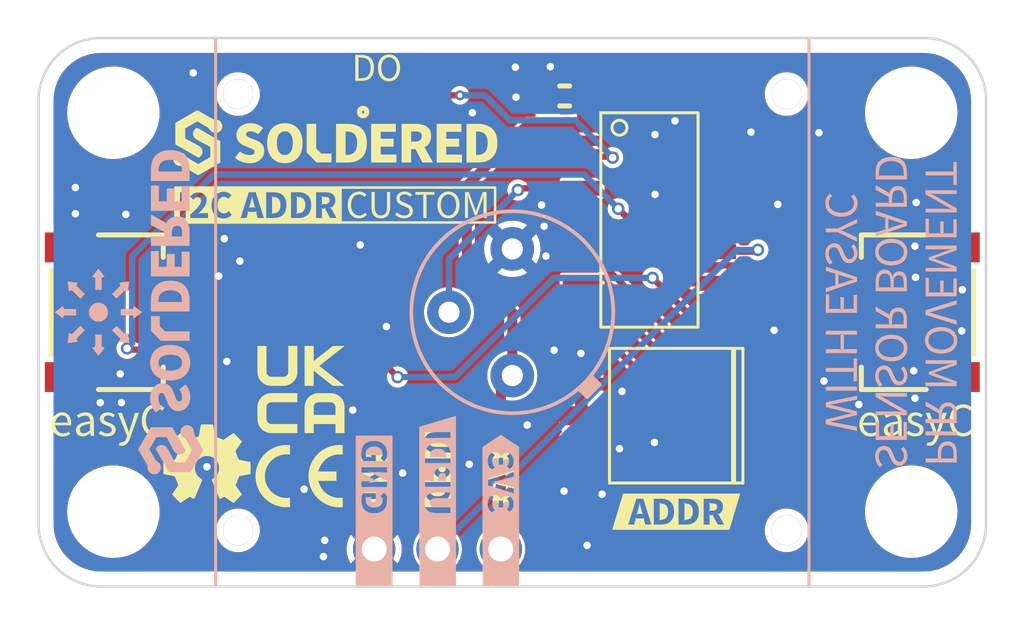
<source format=kicad_pcb>
(kicad_pcb (version 20211014) (generator pcbnew)
  (title_block (title "PIR Movement sensor board with easyC") (date "2022-11-24") (rev "V1.1.0.") (company "SOLDERED") (comment 1 "333179"))
  (layers (0 "F.Cu" signal) (31 "B.Cu" signal) (34 "B.Paste" user) (35 "F.Paste" user) (36 "B.SilkS" user "B.Silkscreen") (37 "F.SilkS" user "F.Silkscreen") (38 "B.Mask" user) (39 "F.Mask" user) (44 "Edge.Cuts" user))
  (net 0 "")
  (net 1 "GND")
  (net 2 "3V3")
  (net 3 "Net-(D1-Pad1)")
  (net 4 "SCL")
  (net 5 "SDA")
  (net 6 "UPDI")
  (net 7 "ADD1")
  (net 8 "ADD2")
  (net 9 "ADD3")
  (net 10 "D0")
  (net 11 "REL")
  (footprint "Soldered Graphics:Version1.1.0" (layer "F.Cu") (at 132.85 94.9)
    (fp_text reference "Ref**" hide)
    (fp_text value "Val**" hide)
    (fp_poly (pts (xy -0.67 0.35) (xy -0.62 0.35) (xy -0.6 0.31) (xy -0.6 -0.35) (xy -0.64 -0.38) (xy -0.69 -0.38) (xy -0.73 -0.34) (xy -0.84 -0.22) (xy -0.86 -0.17) (xy -0.83 -0.16) (xy -0.73 -0.22) (xy -0.69 -0.23) (xy -0.69 0.31) (xy -0.67 0.35)) (layer "F.Cu") (width 0.01) (fill solid))
    (fp_poly (pts (xy 0.93 0.35) (xy 0.99 0.35) (xy 1.04 0.33) (xy 1.01 0.28) (xy 0.91 0.28) (xy 0.87 0.25) (xy 0.85 0.2) (xy 0.83 0.15) (xy 0.83 0.11) (xy 0.82 -0.01) (xy 0.83 -0.13) (xy 0.83 -0.17) (xy 0.84 -0.22) (xy 0.87 -0.27) (xy 0.9 -0.3) (xy 1.01 -0.3) (xy 1.04 -0.26) (xy 1.05 -0.21) (xy 1.06 -0.15) (xy 1.07 -0.05) (xy 1.07 0.08) (xy 1.06 0.12) (xy 1.06 0.17) (xy 1.04 0.22) (xy 1.02 0.27) (xy 1.01 0.28) (xy 1.05 0.32) (xy 1.09 0.29) (xy 1.12 0.26) (xy 1.14 0.22) (xy 1.15 0.16) (xy 1.16 0.11) (xy 1.16 0.06) (xy 1.16 -0.06) (xy 1.16 -0.12) (xy 1.15 -0.17) (xy 1.14 -0.22) (xy 1.13 -0.27) (xy 1.1 -0.3) (xy 1.06 -0.34) (xy 1.01 -0.37) (xy 0.95 -0.38) (xy 0.9 -0.38) (xy 0.84 -0.35) (xy 0.8 -0.31) (xy 0.78 -0.28) (xy 0.75 -0.23) (xy 0.74 -0.18) (xy 0.74 -0.13) (xy 0.73 -0.08) (xy 0.73 0.04) (xy 0.73 0.1) (xy 0.74 0.14) (xy 0.75 0.2) (xy 0.77 0.25) (xy 0.79 0.28) (xy 0.83 0.32) (xy 0.89 0.35) (xy 0.93 0.35)) (layer "F.Cu") (width 0.01) (fill solid))
    (fp_poly (pts (xy -1.33 0.35) (xy -1.27 0.35) (xy -1.25 0.31) (xy -1.09 -0.1) (xy -1.11 -0.13) (xy -1.16 -0.13) (xy -1.19 -0.1) (xy -1.28 0.16) (xy -1.3 0.21) (xy -1.32 0.17) (xy -1.41 -0.09) (xy -1.44 -0.13) (xy -1.49 -0.13) (xy -1.51 -0.1) (xy -1.36 0.31) (xy -1.33 0.35)) (layer "F.Cu") (width 0.01) (fill solid))
    (fp_poly (pts (xy 0.08 0.35) (xy 0.13 0.35) (xy 0.15 0.31) (xy 0.15 -0.35) (xy 0.11 -0.38) (xy 0.06 -0.38) (xy 0.02 -0.34) (xy -0.09 -0.22) (xy -0.11 -0.17) (xy -0.08 -0.16) (xy 0.02 -0.22) (xy 0.06 -0.23) (xy 0.06 0.31) (xy 0.08 0.35)) (layer "F.Cu") (width 0.01) (fill solid))
    (fp_poly (pts (xy -0.44 0.38) (xy -0.39 0.38) (xy -0.34 0.37) (xy -0.34 0.33) (xy -0.34 0.27) (xy -0.38 0.26) (xy -0.43 0.26) (xy -0.46 0.29) (xy -0.46 0.34) (xy -0.44 0.38)) (layer "F.Cu") (width 0.01) (fill solid))
    (fp_poly (pts (xy 0.43 0.38) (xy 0.48 0.38) (xy 0.54 0.37) (xy 0.54 0.33) (xy 0.54 0.27) (xy 0.5 0.26) (xy 0.45 0.26) (xy 0.42 0.29) (xy 0.42 0.34) (xy 0.43 0.38)) (layer "F.Cu") (width 0.01) (fill solid))
    (fp_poly (pts (xy 1.31 0.38) (xy 1.36 0.38) (xy 1.41 0.37) (xy 1.42 0.33) (xy 1.42 0.27) (xy 1.38 0.26) (xy 1.33 0.26) (xy 1.3 0.29) (xy 1.3 0.34) (xy 1.31 0.38)) (layer "F.Cu") (width 0.01) (fill solid))
  )
  (footprint "e-radionica.com footprinti:easyC-connector" (layer "F.Cu") (at 130.3 85 90)
    (fp_text reference "K3")
    (fp_text value "easyC-SMD")
    (pad "1" smd rect locked (at -1.5 2.15 90) (size 0.6 1.55) (layers "F.Cu" "F.Paste" "F.Mask") (net 4 "SCL"))
    (pad "2" smd rect locked (at -0.5 2.15 90) (size 0.6 1.55) (layers "F.Cu" "F.Paste" "F.Mask") (net 5 "SDA"))
    (pad "3" smd rect locked (at 0.5 2.15 90) (size 0.6 1.55) (layers "F.Cu" "F.Paste" "F.Mask") (net 2 "3V3"))
    (pad "4" smd rect locked (at 1.5 2.15 90) (size 0.6 1.55) (layers "F.Cu" "F.Paste" "F.Mask") (net 1 "GND"))
    (pad "5" smd rect locked (at -2.6 -2.15 90) (size 1.2 1.8) (layers "F.Cu" "F.Paste" "F.Mask") (net 1 "GND"))
    (pad "5" smd rect locked (at 2.6 -2.15 90) (size 1.2 1.8) (layers "F.Cu" "F.Paste" "F.Mask") (net 1 "GND"))
  )
  (footprint "kibuzzard-64118155" (layer "F.Cu") (at 152.575 93)
    (fp_text reference "kibuzzard-64118155" hide)
    (fp_text value "G***" hide)
  )
  (footprint "Soldered Graphics:Logo-Front-UKCA-3.5mm" (layer "F.Cu") (at 137.525 88.1)
    (fp_text reference "REF**" hide)
    (fp_text value "Logo-Front-UKCA-3.5mm" hide)
  )
  (footprint "e-radionica.com footprinti:HOLE_3.2mm" (layer "F.Cu") (at 162 77)
    (fp_text reference "H3" hide)
    (fp_text value "HOLE_3.2mm" hide)
    (pad "" np_thru_hole circle locked (at 0 0) (size 3.2 3.2) (drill 3.2) (layers F&B.Cu *.Mask))
  )
  (footprint "Soldered Graphics:Logo-Front-easyC-NewFont" (layer "F.Cu") (at 162.2 89.5)
    (fp_text reference "G***" hide)
    (fp_text value "LOGO" hide)
  )
  (footprint "e-radionica.com footprinti:SOIC-14" (layer "F.Cu") (at 151.5 81.3)
    (fp_text reference "U3")
    (fp_text value "ATTINY404-SSNR")
    (pad "1" smd rect (at -2.7 -3.81) (size 1.55 0.6) (layers "F.Cu" "F.Paste" "F.Mask") (net 2 "3V3"))
    (pad "2" smd rect (at -2.7 -2.54) (size 1.55 0.6) (layers "F.Cu" "F.Paste" "F.Mask") (net 10 "D0"))
    (pad "3" smd rect (at -2.7 -1.27) (size 1.55 0.6) (layers "F.Cu" "F.Paste" "F.Mask") (net 11 "REL"))
    (pad "4" smd rect (at -2.7 0) (size 1.55 0.6) (layers "F.Cu" "F.Paste" "F.Mask"))
    (pad "5" smd rect (at -2.7 1.27) (size 1.55 0.6) (layers "F.Cu" "F.Paste" "F.Mask") (net 9 "ADD3"))
    (pad "6" smd rect (at -2.7 2.54) (size 1.55 0.6) (layers "F.Cu" "F.Paste" "F.Mask") (net 8 "ADD2"))
    (pad "7" smd rect (at -2.7 3.81) (size 1.55 0.6) (layers "F.Cu" "F.Paste" "F.Mask") (net 7 "ADD1"))
    (pad "8" smd rect (at 2.7 3.81) (size 1.55 0.6) (layers "F.Cu" "F.Paste" "F.Mask") (net 5 "SDA"))
    (pad "9" smd rect (at 2.7 2.54) (size 1.55 0.6) (layers "F.Cu" "F.Paste" "F.Mask") (net 4 "SCL"))
    (pad "10" smd rect (at 2.7 1.27) (size 1.55 0.6) (layers "F.Cu" "F.Paste" "F.Mask") (net 6 "UPDI"))
    (pad "11" smd rect (at 2.7 0) (size 1.55 0.6) (layers "F.Cu" "F.Paste" "F.Mask"))
    (pad "12" smd rect (at 2.7 -1.27) (size 1.55 0.6) (layers "F.Cu" "F.Paste" "F.Mask"))
    (pad "13" smd rect (at 2.7 -2.54) (size 1.55 0.6) (layers "F.Cu" "F.Paste" "F.Mask"))
    (pad "14" smd rect (at 2.7 -3.81) (size 1.55 0.6) (layers "F.Cu" "F.Paste" "F.Mask") (net 1 "GND"))
  )
  (footprint "e-radionica.com footprinti:HEADER-UPDI" (layer "F.Cu") (at 143 94.5 180)
    (fp_text reference "K2")
    (fp_text value "HEADER-UPDI")
    (pad "1" thru_hole circle locked (at -2.54 0 180) (size 1.7 1.7) (drill 1) (layers *.Cu *.Mask) (net 2 "3V3"))
    (pad "2" thru_hole circle locked (at 0 0 180) (size 1.7 1.7) (drill 1) (layers *.Cu *.Mask) (net 6 "UPDI"))
    (pad "3" thru_hole circle locked (at 2.54 0 180) (size 1.7 1.7) (drill 1) (layers *.Cu *.Mask) (net 1 "GND"))
  )
  (footprint "e-radionica.com footprinti:0402LED" (layer "F.Cu") (at 140.575 76.3)
    (fp_text reference "D1")
    (fp_text value "Purple")
    (pad "1" smd rect (at 0.55 0 90) (size 0.75 0.45) (layers "F.Cu" "F.Paste" "F.Mask") (net 3 "Net-(D1-Pad1)"))
    (pad "2" smd rect (at -0.55 0 90) (size 0.75 0.45) (layers "F.Cu" "F.Paste" "F.Mask") (net 1 "GND"))
  )
  (footprint "e-radionica.com footprinti:HOLE_3.2mm" (layer "F.Cu") (at 130 93)
    (fp_text reference "H1" hide)
    (fp_text value "HOLE_3.2mm" hide)
    (pad "" np_thru_hole circle locked (at 0 0) (size 3.2 3.2) (drill 3.2) (layers F&B.Cu *.Mask))
  )
  (footprint "Soldered Graphics:Logo-Front-CE-3.5mm" (layer "F.Cu") (at 137.45 91.575)
    (fp_text reference "REF**" hide)
    (fp_text value "Logo-Front-CE-3.5mm" hide)
  )
  (footprint "Soldered Graphics:Symbol-Front_I2C_ADDR_CUSTOM-NewFont" (layer "F.Cu") (at 138.9 80.7)
    (fp_text reference "REF**" hide)
    (fp_text value "Symbol-Front_I2C_ADDR_CUSTOM" hide)
  )
  (footprint "kibuzzard-64118187" (layer "F.Cu") (at 140.6 75.2)
    (fp_text reference "kibuzzard-64118187" hide)
    (fp_text value "G***" hide)
  )
  (footprint "e-radionica.com footprinti:DSHP03TS-S" (layer "F.Cu") (at 152.575 89.15 180)
    (fp_text reference "K4")
    (fp_text value "DSHP03TS-S")
    (pad "1" smd rect (at -3.81 -1.27 270) (size 0.76 1.27) (layers "F.Cu" "F.Paste" "F.Mask") (net 7 "ADD1"))
    (pad "2" smd rect (at 3.81 -1.27 270) (size 0.76 1.27) (layers "F.Cu" "F.Paste" "F.Mask") (net 1 "GND"))
    (pad "3" smd rect (at -3.81 0 270) (size 0.76 1.27) (layers "F.Cu" "F.Paste" "F.Mask") (net 8 "ADD2"))
    (pad "4" smd rect (at 3.81 0 270) (size 0.76 1.27) (layers "F.Cu" "F.Paste" "F.Mask") (net 1 "GND"))
    (pad "5" smd rect (at -3.81 1.27 270) (size 0.76 1.27) (layers "F.Cu" "F.Paste" "F.Mask") (net 9 "ADD3"))
    (pad "6" smd rect (at 3.81 1.27 270) (size 0.76 1.27) (layers "F.Cu" "F.Paste" "F.Mask") (net 1 "GND"))
  )
  (footprint "kibuzzard-641185A3" (layer "F.Cu") (at 140.46 93 -90)
    (fp_text reference "kibuzzard-641185A3" hide)
    (fp_text value "G***" hide)
  )
  (footprint "kibuzzard-64118594" (layer "F.Cu") (at 143 92.6 -90)
    (fp_text reference "kibuzzard-64118594" hide)
    (fp_text value "G***" hide)
  )
  (footprint "e-radionica.com footprinti:0603C" (layer "F.Cu") (at 148.1 76.325 180)
    (fp_text reference "C3")
    (fp_text value "100n")
    (pad "1" smd rect locked (at -0.73 0 180) (size 0.66 1) (layers "F.Cu" "F.Paste" "F.Mask") (net 2 "3V3"))
    (pad "2" smd rect locked (at 0.73 0 180) (size 0.66 1) (layers "F.Cu" "F.Paste" "F.Mask") (net 1 "GND"))
  )
  (footprint "kibuzzard-64118455" (layer "F.Cu") (at 145.54 92.98 -90)
    (fp_text reference "kibuzzard-64118455" hide)
    (fp_text value "G***" hide)
  )
  (footprint "e-radionica.com footprinti:FIDUCIAL_23" (layer "F.Cu") (at 129.27 85)
    (fp_text reference "FD1")
    (fp_text value "FIDUCIAL")
    (fp_circle (center 0 0) (end 1 0) (layer "F.Cu") (width 0.2) (fill none))
    (pad "1" smd circle (at 0 0) (size 1 1) (layers "F.Cu" "F.Paste" "F.Mask") (clearance 1.1))
  )
  (footprint "e-radionica.com footprinti:HOLE_3.2mm" (layer "F.Cu") (at 162 93)
    (fp_text reference "H2" hide)
    (fp_text value "HOLE_3.2mm" hide)
    (pad "" np_thru_hole circle locked (at 0 0) (size 3.2 3.2) (drill 3.2) (layers F&B.Cu *.Mask))
  )
  (footprint "e-radionica.com footprinti:HOLE_3.2mm" (layer "F.Cu") (at 130 77)
    (fp_text reference "H4" hide)
    (fp_text value "HOLE_3.2mm" hide)
    (pad "" np_thru_hole circle locked (at 0 0) (size 3.2 3.2) (drill 3.2) (layers F&B.Cu *.Mask))
  )
  (footprint "Soldered Graphics:Logo-Back-SolderedFULL-13mm" (layer "F.Cu") (at 132.3 85 -90)
    (fp_text reference "REF**" hide)
    (fp_text value "Logo-Front-SolderedFULL-13mm" hide)
  )
  (footprint "e-radionica.com footprinti:0402R" (layer "F.Cu") (at 142.5 76.3 180)
    (fp_text reference "R1")
    (fp_text value "2k2")
    (pad "1" smd rect locked (at -0.5 0 270) (size 0.64 0.54) (layers "F.Cu" "F.Paste" "F.Mask") (net 10 "D0"))
    (pad "2" smd rect locked (at 0.5 0 270) (size 0.64 0.54) (layers "F.Cu" "F.Paste" "F.Mask") (net 3 "Net-(D1-Pad1)"))
  )
  (footprint "Soldered Graphics:Logo-Front-easyC-NewFont" (layer "F.Cu") (at 129.8 89.5)
    (fp_text reference "G***" hide)
    (fp_text value "LOGO" hide)
  )
  (footprint "e-radionica.com footprinti:easyC-connector" (layer "F.Cu") (at 161.7 85 -90)
    (fp_text reference "K1")
    (fp_text value "easyC-SMD")
    (pad "1" smd rect locked (at -1.5 2.15 270) (size 0.6 1.55) (layers "F.Cu" "F.Paste" "F.Mask") (net 4 "SCL"))
    (pad "2" smd rect locked (at -0.5 2.15 270) (size 0.6 1.55) (layers "F.Cu" "F.Paste" "F.Mask") (net 5 "SDA"))
    (pad "3" smd rect locked (at 0.5 2.15 270) (size 0.6 1.55) (layers "F.Cu" "F.Paste" "F.Mask") (net 2 "3V3"))
    (pad "4" smd rect locked (at 1.5 2.15 270) (size 0.6 1.55) (layers "F.Cu" "F.Paste" "F.Mask") (net 1 "GND"))
    (pad "5" smd rect locked (at -2.6 -2.15 270) (size 1.2 1.8) (layers "F.Cu" "F.Paste" "F.Mask") (net 1 "GND"))
    (pad "5" smd rect locked (at 2.6 -2.15 270) (size 1.2 1.8) (layers "F.Cu" "F.Paste" "F.Mask") (net 1 "GND"))
  )
  (footprint "Soldered Graphics:Logo-Back-SolderedFULL-13mm" (layer "B.Cu") (at 138.9 78.2 180)
    (fp_text reference "REF**" hide)
    (fp_text value "Logo-Front-SolderedFULL-13mm" hide)
  )
  (footprint "e-radionica.com footprinti:PIR_senzor_kapica" (layer "B.Cu") (at 146 85 90)
    (fp_text reference "K5")
    (fp_text value "PIR_lens")
    (pad "" thru_hole circle (at 8.75 -11 90) (size 1.2 1.2) (drill 1.2) (layers *.Mask))
    (pad "" thru_hole circle (at 8.75 11 90) (size 1.2 1.2) (drill 1.2) (layers *.Mask))
    (pad "" thru_hole circle (at -8.75 11 90) (size 1.2 1.2) (drill 1.2) (layers *.Mask))
    (pad "" thru_hole circle (at -8.75 -11 90) (size 1.2 1.2) (drill 1.2) (layers *.Mask))
  )
  (footprint "kibuzzard-64118262" (layer "B.Cu") (at 159.2 85 90)
    (fp_text reference "kibuzzard-64118262" hide)
    (fp_text value "G***" hide)
  )
  (footprint "kibuzzard-64118226" (layer "B.Cu") (at 145.54 92.98 90)
    (fp_text reference "kibuzzard-64118226" hide)
    (fp_text value "G***" hide)
  )
  (footprint "kibuzzard-64118214" (layer "B.Cu") (at 143.01 92.6 90)
    (fp_text reference "kibuzzard-64118214" hide)
    (fp_text value "G***" hide)
  )
  (footprint "kibuzzard-6411825C" (layer "B.Cu") (at 161.2 85 90)
    (fp_text reference "kibuzzard-6411825C" hide)
    (fp_text value "G***" hide)
  )
  (footprint "Soldered Graphics:Symbol-Front-Movement" (layer "B.Cu") (at 129.4 85 180)
    (fp_text reference "G***" hide)
    (fp_text value "LOGO" hide)
  )
  (footprint "kibuzzard-64118254" (layer "B.Cu") (at 163.2 85 90)
    (fp_text reference "kibuzzard-64118254" hide)
    (fp_text value "G***" hide)
  )
  (footprint "e-radionica.com footprinti:PIR_senzor" (layer "B.Cu") (at 146 85 90)
    (fp_text reference "U2")
    (fp_text value "AM312")
    (pad "1" thru_hole circle (at -2.54 0 90) (size 1.75 1.75) (drill 0.85) (layers *.Cu *.Mask) (net 2 "3V3"))
    (pad "2" thru_hole circle (at 0 -2.54 90) (size 1.75 1.75) (drill 0.85) (layers *.Cu *.Mask) (net 11 "REL"))
    (pad "3" thru_hole circle (at 2.54 0 90) (size 1.75 1.75) (drill 0.85) (layers *.Cu *.Mask) (net 1 "GND"))
  )
  (footprint "TAVU GRAPHICS:Logo-Back-OSH-3.5mm" (layer "B.Cu") (at 133.75 91.075 180)
    (fp_text reference "G***" hide)
    (fp_text value "LOGO" hide)
  )
  (footprint "kibuzzard-641181E6" (layer "B.Cu") (at 140.46 93 90)
    (fp_text reference "kibuzzard-641181E6" hide)
    (fp_text value "G***" hide)
  )
  (gr_arc (start 162.5 74) (mid 164.267767 74.732233) (end 165 76.5) (layer "Edge.Cuts") (width 0.1))
  (gr_line (start 165 76.5) (end 165 93.5) (layer "Edge.Cuts") (width 0.1))
  (gr_line (start 127 93.5) (end 127 76.5) (layer "Edge.Cuts") (width 0.1))
  (gr_arc (start 165 93.5) (mid 164.267767 95.267767) (end 162.5 96) (layer "Edge.Cuts") (width 0.1))
  (gr_arc (start 129.5 96) (mid 127.732233 95.267767) (end 127 93.5) (layer "Edge.Cuts") (width 0.1))
  (gr_line (start 129.5 74) (end 162.5 74) (layer "Edge.Cuts") (width 0.1))
  (gr_line (start 162.5 96) (end 129.5 96) (layer "Edge.Cuts") (width 0.1))
  (gr_arc (start 127 76.5) (mid 127.732233 74.732233) (end 129.5 74) (layer "Edge.Cuts") (width 0.1))
  (via (at 144.275 91.1) (size 0.5) (drill 0.3) (layers "F.Cu" "B.Cu") (net 1))
  (via (at 140.95 85.575) (size 0.5) (drill 0.3) (layers "F.Cu" "B.Cu") (net 1))
  (via (at 139.6 88.925) (size 0.5) (drill 0.3) (layers "F.Cu" "B.Cu") (net 1))
  (via (at 141.6 91.45) (size 0.5) (drill 0.3) (layers "F.Cu" "B.Cu") (net 1))
  (via (at 162.15 88.45) (size 0.5) (drill 0.3) (layers "F.Cu" "B.Cu") (net 1))
  (via (at 134.55 86.975) (size 0.5) (drill 0.3) (layers "F.Cu" "B.Cu") (net 1))
  (via (at 133.2 75.4) (size 0.5) (drill 0.3) (layers "F.Cu" "B.Cu") (net 1))
  (via (at 138.475 94.15) (size 0.5) (drill 0.3) (layers "F.Cu" "B.Cu") (net 1))
  (via (at 129.475 88.625) (size 0.5) (drill 0.3) (layers "F.Cu" "B.Cu") (net 1))
  (via (at 134.45 82.05) (size 0.5) (drill 0.3) (layers "F.Cu" "B.Cu") (net 1))
  (via (at 162.2 80.6) (size 0.5) (drill 0.3) (layers "F.Cu" "B.Cu") (net 1))
  (via (at 146.6 89.525) (size 0.5) (drill 0.3) (layers "F.Cu" "B.Cu") (net 1))
  (via (at 147.275 81.55) (size 0.5) (drill 0.3) (layers "F.Cu" "B.Cu") (net 1))
  (via (at 149 94.35) (size 0.5) (drill 0.3) (layers "F.Cu" "B.Cu") (net 1))
  (via (at 162.15 82.35) (size 0.5) (drill 0.3) (layers "F.Cu" "B.Cu") (net 1))
  (via (at 148.75 86.65) (size 0.5) (drill 0.3) (layers "F.Cu" "B.Cu") (net 1))
  (via (at 147.35 82.75) (size 0.5) (drill 0.3) (layers "F.Cu" "B.Cu") (net 1))
  (via (at 151.7 90.225) (size 0.5) (drill 0.3) (layers "F.Cu" "B.Cu") (net 1))
  (via (at 152.525 77.325) (size 0.5) (drill 0.3) (layers "F.Cu" "B.Cu") (net 1))
  (via (at 151.725 80.275) (size 0.5) (drill 0.3) (layers "F.Cu" "B.Cu") (net 1))
  (via (at 162.1 87.35) (size 0.5) (drill 0.3) (layers "F.Cu" "B.Cu") (net 1))
  (via (at 138.425 94.8) (size 0.5) (drill 0.3) (layers "F.Cu" "B.Cu") (net 1))
  (via (at 130.275 87.475) (size 0.5) (drill 0.3) (layers "F.Cu" "B.Cu") (net 1))
  (via (at 147.175 80.7) (size 0.5) (drill 0.3) (layers "F.Cu" "B.Cu") (net 1))
  (via (at 150.4 88.175) (size 0.5) (drill 0.3) (layers "F.Cu" "B.Cu") (net 1))
  (via (at 151.725 77.875) (size 0.5) (drill 0.3) (layers "F.Cu" "B.Cu") (net 1))
  (via (at 150.3 90.475) (size 0.5) (drill 0.3) (layers "F.Cu" "B.Cu") (net 1))
  (via (at 139.9 82.3) (size 0.5) (drill 0.3) (layers "F.Cu" "B.Cu") (net 1))
  (via (at 158.3 77.8) (size 0.5) (drill 0.3) (layers "F.Cu" "B.Cu") (net 1))
  (via (at 164.025 85.75) (size 0.5) (drill 0.3) (layers "F.Cu" "B.Cu") (net 1))
  (via (at 156.5 85.725) (size 0.5) (drill 0.3) (layers "F.Cu" "B.Cu") (net 1))
  (via (at 148.075 92.175) (size 0.5) (drill 0.3) (layers "F.Cu" "B.Cu") (net 1))
  (via (at 156.65 80.675) (size 0.5) (drill 0.3) (layers "F.Cu" "B.Cu") (net 1))
  (via (at 159.9 88.7) (size 0.5) (drill 0.3) (layers "F.Cu" "B.Cu") (net 1))
  (via (at 147.525 75.15) (size 0.5) (drill 0.3) (layers "F.Cu" "B.Cu") (net 1))
  (via (at 134.225 83.55) (size 0.5) (drill 0.3) (layers "F.Cu" "B.Cu") (net 1))
  (via (at 155.575 77.775) (size 0.5) (drill 0.3) (layers "F.Cu" "B.Cu") (net 1))
  (via (at 128.475 80) (size 0.5) (drill 0.3) (layers "F.Cu" "B.Cu") (net 1))
  (via (at 149.6 92.3) (size 0.5) (drill 0.3) (layers "F.Cu" "B.Cu") (net 1))
  (via (at 158.5 87.76) (size 0.5) (drill 0.3) (layers "F.Cu" "B.Cu") (net 1))
  (via (at 137.65 92.1) (size 0.5) (drill 0.3) (layers "F.Cu" "B.Cu") (net 1))
  (via (at 146.125 75.175) (size 0.5) (drill 0.3) (layers "F.Cu" "B.Cu") (net 1))
  (via (at 146.15 76.375) (size 0.5) (drill 0.3) (layers "F.Cu" "B.Cu") (net 1))
  (via (at 144.4 77) (size 0.5) (drill 0.3) (layers "F.Cu" "B.Cu") (net 1))
  (via (at 135.075 82.95) (size 0.5) (drill 0.3) (layers "F.Cu" "B.Cu") (net 1))
  (via (at 133.75 91.2) (size 0.5) (drill 0.3) (layers "F.Cu" "B.Cu") (net 1))
  (via (at 130.5 81.075) (size 0.5) (drill 0.3) (layers "F.Cu" "B.Cu") (net 1))
  (via (at 162.175 83.6) (size 0.5) (drill 0.3) (layers "F.Cu" "B.Cu") (net 1))
  (via (at 147.675 86.525) (size 0.5) (drill 0.3) (layers "F.Cu" "B.Cu") (net 1))
  (via (at 128.475 81.05) (size 0.5) (drill 0.3) (layers "F.Cu" "B.Cu") (net 1))
  (via (at 130.325 88.625) (size 0.5) (drill 0.3) (layers "F.Cu" "B.Cu") (net 1))
  (via (at 164.05 84.1) (size 0.5) (drill 0.3) (layers "F.Cu" "B.Cu") (net 1))
  (segment (start 144.175 83.175) (end 144.175 79.925) (width 0.4) (layer "F.Cu") (net 2))
  (segment (start 145.54 88) (end 146 87.54) (width 0.4) (layer "F.Cu") (net 2))
  (segment (start 146 87.54) (end 146 85) (width 0.4) (layer "F.Cu") (net 2))
  (segment (start 148.935 76.43) (end 148.83 76.325) (width 0.4) (layer "F.Cu") (net 2))
  (segment (start 144.175 79.925) (end 146.61 77.49) (width 0.4) (layer "F.Cu") (net 2))
  (segment (start 161.175 84.675) (end 161.175 82.25) (width 0.4) (layer "F.Cu") (net 2))
  (segment (start 161.175 82.25) (end 155.355 76.43) (width 0.4) (layer "F.Cu") (net 2))
  (segment (start 132.45 84.5) (end 139.6 84.5) (width 0.4) (layer "F.Cu") (net 2))
  (segment (start 146.61 77.49) (end 148.8 77.49) (width 0.4) (layer "F.Cu") (net 2))
  (segment (start 145.54 94.5) (end 145.54 88) (width 0.4) (layer "F.Cu") (net 2))
  (segment (start 146 85) (end 144.175 83.175) (width 0.4) (layer "F.Cu") (net 2))
  (segment (start 159.55 85.5) (end 160.35 85.5) (width 0.4) (layer "F.Cu") (net 2))
  (segment (start 160.35 85.5) (end 161.175 84.675) (width 0.4) (layer "F.Cu") (net 2))
  (segment (start 155.355 76.43) (end 148.935 76.43) (width 0.4) (layer "F.Cu") (net 2))
  (segment (start 148.8 76.355) (end 148.8 77.49) (width 0.4) (layer "F.Cu") (net 2))
  (segment (start 139.6 84.5) (end 144.175 79.925) (width 0.4) (layer "F.Cu") (net 2))
  (segment (start 148.83 76.325) (end 148.8 76.355) (width 0.4) (layer "F.Cu") (net 2))
  (segment (start 141.125 76.3) (end 142 76.3) (width 0.3) (layer "F.Cu") (net 3))
  (segment (start 154.2 83.84) (end 153.24 83.84) (width 0.254) (layer "F.Cu") (net 4))
  (segment (start 159.55 83.5) (end 154.54 83.5) (width 0.254) (layer "F.Cu") (net 4))
  (segment (start 130.6 86.5) (end 132.45 86.5) (width 0.254) (layer "F.Cu") (net 4))
  (segment (start 154.54 83.5) (end 154.2 83.84) (width 0.254) (layer "F.Cu") (net 4))
  (segment (start 130.55 86.45) (end 130.6 86.5) (width 0.254) (layer "F.Cu") (net 4))
  (segment (start 153.24 83.84) (end 150.25 80.85) (width 0.254) (layer "F.Cu") (net 4))
  (via (at 130.55 86.45) (size 0.5) (drill 0.3) (layers "F.Cu" "B.Cu") (net 4))
  (via (at 150.25 80.85) (size 0.5) (drill 0.3) (layers "F.Cu" "B.Cu") (net 4))
  (segment (start 148.875 79.475) (end 150.25 80.85) (width 0.254) (layer "B.Cu") (net 4))
  (segment (start 130.55 86.45) (end 130.75 86.25) (width 0.254) (layer "B.Cu") (net 4))
  (segment (start 134.025 79.475) (end 148.875 79.475) (width 0.254) (layer "B.Cu") (net 4))
  (segment (start 130.75 82.75) (end 134.025 79.475) (width 0.254) (layer "B.Cu") (net 4))
  (segment (start 130.75 86.25) (end 130.75 82.75) (width 0.254) (layer "B.Cu") (net 4))
  (segment (start 159.55 84.5) (end 154.81 84.5) (width 0.254) (layer "F.Cu") (net 5))
  (segment (start 151.625 83.625) (end 153.11 85.11) (width 0.254) (layer "F.Cu") (net 5))
  (segment (start 139.3 85.5) (end 141.4 87.6) (width 0.254) (layer "F.Cu") (net 5))
  (segment (start 132.45 85.5) (end 139.3 85.5) (width 0.254) (layer "F.Cu") (net 5))
  (segment (start 154.81 84.5) (end 154.2 85.11) (width 0.254) (layer "F.Cu") (net 5))
  (segment (start 153.11 85.11) (end 154.2 85.11) (width 0.254) (layer "F.Cu") (net 5))
  (via (at 151.625 83.625) (size 0.5) (drill 0.3) (layers "F.Cu" "B.Cu") (net 5))
  (via (at 141.4 87.6) (size 0.5) (drill 0.3) (layers "F.Cu" "B.Cu") (net 5))
  (segment (start 147.65 83.65) (end 147.675 83.625) (width 0.254) (layer "B.Cu") (net 5))
  (segment (start 143.7 87.6) (end 147.65 83.65) (width 0.254) (layer "B.Cu") (net 5))
  (segment (start 147.675 83.625) (end 151.625 83.625) (width 0.254) (layer "B.Cu") (net 5))
  (segment (start 141.4 87.6) (end 143.7 87.6) (width 0.254) (layer "B.Cu") (net 5))
  (segment (start 154.2 82.57) (end 155.78 82.57) (width 0.254) (layer "F.Cu") (net 6))
  (segment (start 155.78 82.57) (end 155.85 82.5) (width 0.254) (layer "F.Cu") (net 6))
  (via (at 155.85 82.5) (size 0.5) (drill 0.3) (layers "F.Cu" "B.Cu") (net 6))
  (segment (start 155 82.5) (end 155.85 82.5) (width 0.254) (layer "B.Cu") (net 6))
  (segment (start 143 94.5) (end 155 82.5) (width 0.254) (layer "B.Cu") (net 6))
  (segment (start 154.11 90.42) (end 148.8 85.11) (width 0.254) (layer "F.Cu") (net 7))
  (segment (start 156.385 90.42) (end 154.11 90.42) (width 0.254) (layer "F.Cu") (net 7))
  (segment (start 149.112022 83.84) (end 148.8 83.84) (width 0.254) (layer "F.Cu") (net 8))
  (segment (start 154.422022 89.15) (end 149.112022 83.84) (width 0.254) (layer "F.Cu") (net 8))
  (segment (start 156.385 89.15) (end 154.422022 89.15) (width 0.254) (layer "F.Cu") (net 8))
  (segment (start 154.422022 87.88) (end 149.112022 82.57) (width 0.254) (layer "F.Cu") (net 9))
  (segment (start 156.385 87.88) (end 154.422022 87.88) (width 0.254) (layer "F.Cu") (net 9))
  (segment (start 149.112022 82.57) (end 148.8 82.57) (width 0.254) (layer "F.Cu") (net 9))
  (segment (start 148.8 78.76) (end 149.985 78.76) (width 0.254) (layer "F.Cu") (net 10))
  (segment (start 143.9 76.3) (end 143 76.3) (width 0.254) (layer "F.Cu") (net 10))
  (segment (start 149.985 78.76) (end 150.025 78.8) (width 0.254) (layer "F.Cu") (net 10))
  (via (at 150.025 78.8) (size 0.5) (drill 0.3) (layers "F.Cu" "B.Cu") (net 10))
  (via (at 143.9 76.3) (size 0.4) (drill 0.2) (layers "F.Cu" "B.Cu") (net 10))
  (segment (start 148.525 77.3) (end 145.9 77.3) (width 0.254) (layer "B.Cu") (net 10))
  (segment (start 150.025 78.8) (end 148.525 77.3) (width 0.254) (layer "B.Cu") (net 10))
  (segment (start 150.125 78.7) (end 150.025 78.8) (width 0.254) (layer "B.Cu") (net 10))
  (segment (start 144.9 76.3) (end 143.9 76.3) (width 0.254) (layer "B.Cu") (net 10))
  (segment (start 145.9 77.3) (end 144.9 76.3) (width 0.254) (layer "B.Cu") (net 10))
  (segment (start 146.295 80.03) (end 146.225 80.1) (width 0.254) (layer "F.Cu") (net 11))
  (segment (start 148.8 80.03) (end 146.295 80.03) (width 0.254) (layer "F.Cu") (net 11))
  (via (at 146.225 80.1) (size 0.5) (drill 0.3) (layers "F.Cu" "B.Cu") (net 11))
  (segment (start 143.46 82.865) (end 146.225 80.1) (width 0.254) (layer "B.Cu") (net 11))
  (segment (start 143.46 85) (end 143.46 82.865) (width 0.254) (layer "B.Cu") (net 11))
  (zone (net 1) (net_name "GND") (layers F&B.Cu) (connect_pads (clearance 0.127)) (min_thickness 0.127) (fill yes (thermal_gap 0.254) (thermal_bridge_width 0.508))
    (polygon (pts (xy 165 96) (xy 127 96) (xy 127 74) (xy 165 74)))
  )
)
</source>
